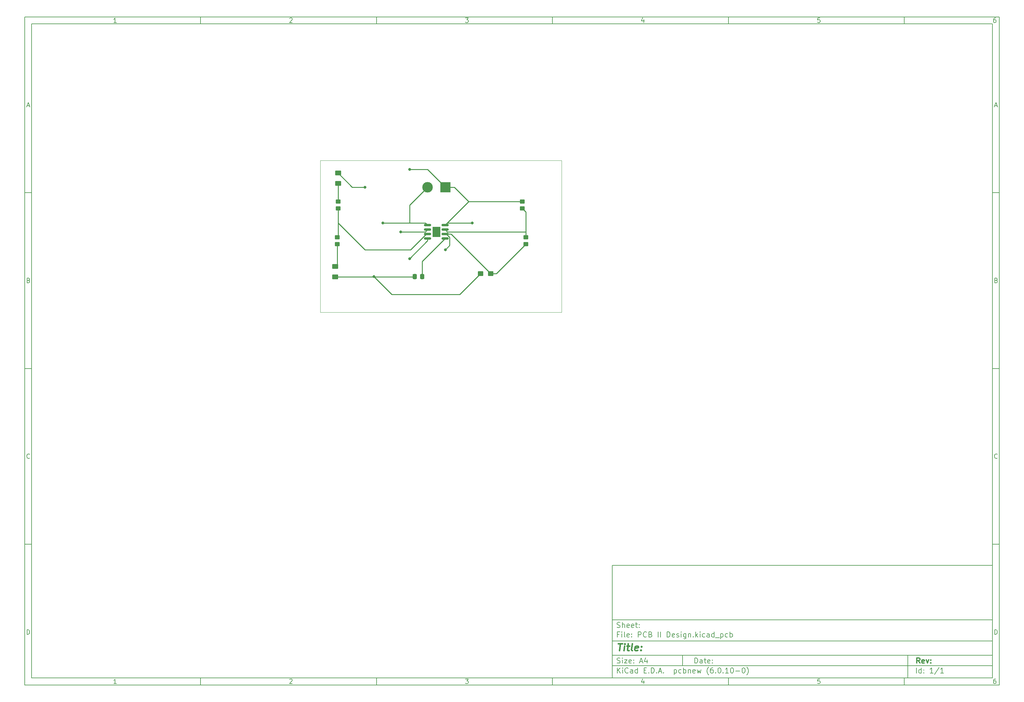
<source format=gbr>
%TF.GenerationSoftware,KiCad,Pcbnew,(6.0.10-0)*%
%TF.CreationDate,2023-02-24T22:40:58-08:00*%
%TF.ProjectId,PCB II Design,50434220-4949-4204-9465-7369676e2e6b,rev?*%
%TF.SameCoordinates,Original*%
%TF.FileFunction,Copper,L1,Top*%
%TF.FilePolarity,Positive*%
%FSLAX46Y46*%
G04 Gerber Fmt 4.6, Leading zero omitted, Abs format (unit mm)*
G04 Created by KiCad (PCBNEW (6.0.10-0)) date 2023-02-24 22:40:58*
%MOMM*%
%LPD*%
G01*
G04 APERTURE LIST*
G04 Aperture macros list*
%AMRoundRect*
0 Rectangle with rounded corners*
0 $1 Rounding radius*
0 $2 $3 $4 $5 $6 $7 $8 $9 X,Y pos of 4 corners*
0 Add a 4 corners polygon primitive as box body*
4,1,4,$2,$3,$4,$5,$6,$7,$8,$9,$2,$3,0*
0 Add four circle primitives for the rounded corners*
1,1,$1+$1,$2,$3*
1,1,$1+$1,$4,$5*
1,1,$1+$1,$6,$7*
1,1,$1+$1,$8,$9*
0 Add four rect primitives between the rounded corners*
20,1,$1+$1,$2,$3,$4,$5,0*
20,1,$1+$1,$4,$5,$6,$7,0*
20,1,$1+$1,$6,$7,$8,$9,0*
20,1,$1+$1,$8,$9,$2,$3,0*%
G04 Aperture macros list end*
%ADD10C,0.100000*%
%ADD11C,0.150000*%
%ADD12C,0.300000*%
%ADD13C,0.400000*%
%TA.AperFunction,Profile*%
%ADD14C,0.100000*%
%TD*%
%TA.AperFunction,SMDPad,CuDef*%
%ADD15RoundRect,0.250000X-0.450000X0.350000X-0.450000X-0.350000X0.450000X-0.350000X0.450000X0.350000X0*%
%TD*%
%TA.AperFunction,SMDPad,CuDef*%
%ADD16RoundRect,0.250000X0.337500X0.475000X-0.337500X0.475000X-0.337500X-0.475000X0.337500X-0.475000X0*%
%TD*%
%TA.AperFunction,SMDPad,CuDef*%
%ADD17RoundRect,0.250001X0.624999X-0.462499X0.624999X0.462499X-0.624999X0.462499X-0.624999X-0.462499X0*%
%TD*%
%TA.AperFunction,SMDPad,CuDef*%
%ADD18RoundRect,0.150000X-0.825000X-0.150000X0.825000X-0.150000X0.825000X0.150000X-0.825000X0.150000X0*%
%TD*%
%TA.AperFunction,SMDPad,CuDef*%
%ADD19R,2.290000X3.000000*%
%TD*%
%TA.AperFunction,SMDPad,CuDef*%
%ADD20RoundRect,0.250000X0.537500X0.425000X-0.537500X0.425000X-0.537500X-0.425000X0.537500X-0.425000X0*%
%TD*%
%TA.AperFunction,ComponentPad*%
%ADD21R,3.000000X3.000000*%
%TD*%
%TA.AperFunction,ComponentPad*%
%ADD22C,3.000000*%
%TD*%
%TA.AperFunction,ViaPad*%
%ADD23C,0.800000*%
%TD*%
%TA.AperFunction,Conductor*%
%ADD24C,0.250000*%
%TD*%
G04 APERTURE END LIST*
D10*
D11*
X177002200Y-166007200D02*
X177002200Y-198007200D01*
X285002200Y-198007200D01*
X285002200Y-166007200D01*
X177002200Y-166007200D01*
D10*
D11*
X10000000Y-10000000D02*
X10000000Y-200007200D01*
X287002200Y-200007200D01*
X287002200Y-10000000D01*
X10000000Y-10000000D01*
D10*
D11*
X12000000Y-12000000D02*
X12000000Y-198007200D01*
X285002200Y-198007200D01*
X285002200Y-12000000D01*
X12000000Y-12000000D01*
D10*
D11*
X60000000Y-12000000D02*
X60000000Y-10000000D01*
D10*
D11*
X110000000Y-12000000D02*
X110000000Y-10000000D01*
D10*
D11*
X160000000Y-12000000D02*
X160000000Y-10000000D01*
D10*
D11*
X210000000Y-12000000D02*
X210000000Y-10000000D01*
D10*
D11*
X260000000Y-12000000D02*
X260000000Y-10000000D01*
D10*
D11*
X36065476Y-11588095D02*
X35322619Y-11588095D01*
X35694047Y-11588095D02*
X35694047Y-10288095D01*
X35570238Y-10473809D01*
X35446428Y-10597619D01*
X35322619Y-10659523D01*
D10*
D11*
X85322619Y-10411904D02*
X85384523Y-10350000D01*
X85508333Y-10288095D01*
X85817857Y-10288095D01*
X85941666Y-10350000D01*
X86003571Y-10411904D01*
X86065476Y-10535714D01*
X86065476Y-10659523D01*
X86003571Y-10845238D01*
X85260714Y-11588095D01*
X86065476Y-11588095D01*
D10*
D11*
X135260714Y-10288095D02*
X136065476Y-10288095D01*
X135632142Y-10783333D01*
X135817857Y-10783333D01*
X135941666Y-10845238D01*
X136003571Y-10907142D01*
X136065476Y-11030952D01*
X136065476Y-11340476D01*
X136003571Y-11464285D01*
X135941666Y-11526190D01*
X135817857Y-11588095D01*
X135446428Y-11588095D01*
X135322619Y-11526190D01*
X135260714Y-11464285D01*
D10*
D11*
X185941666Y-10721428D02*
X185941666Y-11588095D01*
X185632142Y-10226190D02*
X185322619Y-11154761D01*
X186127380Y-11154761D01*
D10*
D11*
X236003571Y-10288095D02*
X235384523Y-10288095D01*
X235322619Y-10907142D01*
X235384523Y-10845238D01*
X235508333Y-10783333D01*
X235817857Y-10783333D01*
X235941666Y-10845238D01*
X236003571Y-10907142D01*
X236065476Y-11030952D01*
X236065476Y-11340476D01*
X236003571Y-11464285D01*
X235941666Y-11526190D01*
X235817857Y-11588095D01*
X235508333Y-11588095D01*
X235384523Y-11526190D01*
X235322619Y-11464285D01*
D10*
D11*
X285941666Y-10288095D02*
X285694047Y-10288095D01*
X285570238Y-10350000D01*
X285508333Y-10411904D01*
X285384523Y-10597619D01*
X285322619Y-10845238D01*
X285322619Y-11340476D01*
X285384523Y-11464285D01*
X285446428Y-11526190D01*
X285570238Y-11588095D01*
X285817857Y-11588095D01*
X285941666Y-11526190D01*
X286003571Y-11464285D01*
X286065476Y-11340476D01*
X286065476Y-11030952D01*
X286003571Y-10907142D01*
X285941666Y-10845238D01*
X285817857Y-10783333D01*
X285570238Y-10783333D01*
X285446428Y-10845238D01*
X285384523Y-10907142D01*
X285322619Y-11030952D01*
D10*
D11*
X60000000Y-198007200D02*
X60000000Y-200007200D01*
D10*
D11*
X110000000Y-198007200D02*
X110000000Y-200007200D01*
D10*
D11*
X160000000Y-198007200D02*
X160000000Y-200007200D01*
D10*
D11*
X210000000Y-198007200D02*
X210000000Y-200007200D01*
D10*
D11*
X260000000Y-198007200D02*
X260000000Y-200007200D01*
D10*
D11*
X36065476Y-199595295D02*
X35322619Y-199595295D01*
X35694047Y-199595295D02*
X35694047Y-198295295D01*
X35570238Y-198481009D01*
X35446428Y-198604819D01*
X35322619Y-198666723D01*
D10*
D11*
X85322619Y-198419104D02*
X85384523Y-198357200D01*
X85508333Y-198295295D01*
X85817857Y-198295295D01*
X85941666Y-198357200D01*
X86003571Y-198419104D01*
X86065476Y-198542914D01*
X86065476Y-198666723D01*
X86003571Y-198852438D01*
X85260714Y-199595295D01*
X86065476Y-199595295D01*
D10*
D11*
X135260714Y-198295295D02*
X136065476Y-198295295D01*
X135632142Y-198790533D01*
X135817857Y-198790533D01*
X135941666Y-198852438D01*
X136003571Y-198914342D01*
X136065476Y-199038152D01*
X136065476Y-199347676D01*
X136003571Y-199471485D01*
X135941666Y-199533390D01*
X135817857Y-199595295D01*
X135446428Y-199595295D01*
X135322619Y-199533390D01*
X135260714Y-199471485D01*
D10*
D11*
X185941666Y-198728628D02*
X185941666Y-199595295D01*
X185632142Y-198233390D02*
X185322619Y-199161961D01*
X186127380Y-199161961D01*
D10*
D11*
X236003571Y-198295295D02*
X235384523Y-198295295D01*
X235322619Y-198914342D01*
X235384523Y-198852438D01*
X235508333Y-198790533D01*
X235817857Y-198790533D01*
X235941666Y-198852438D01*
X236003571Y-198914342D01*
X236065476Y-199038152D01*
X236065476Y-199347676D01*
X236003571Y-199471485D01*
X235941666Y-199533390D01*
X235817857Y-199595295D01*
X235508333Y-199595295D01*
X235384523Y-199533390D01*
X235322619Y-199471485D01*
D10*
D11*
X285941666Y-198295295D02*
X285694047Y-198295295D01*
X285570238Y-198357200D01*
X285508333Y-198419104D01*
X285384523Y-198604819D01*
X285322619Y-198852438D01*
X285322619Y-199347676D01*
X285384523Y-199471485D01*
X285446428Y-199533390D01*
X285570238Y-199595295D01*
X285817857Y-199595295D01*
X285941666Y-199533390D01*
X286003571Y-199471485D01*
X286065476Y-199347676D01*
X286065476Y-199038152D01*
X286003571Y-198914342D01*
X285941666Y-198852438D01*
X285817857Y-198790533D01*
X285570238Y-198790533D01*
X285446428Y-198852438D01*
X285384523Y-198914342D01*
X285322619Y-199038152D01*
D10*
D11*
X10000000Y-60000000D02*
X12000000Y-60000000D01*
D10*
D11*
X10000000Y-110000000D02*
X12000000Y-110000000D01*
D10*
D11*
X10000000Y-160000000D02*
X12000000Y-160000000D01*
D10*
D11*
X10690476Y-35216666D02*
X11309523Y-35216666D01*
X10566666Y-35588095D02*
X11000000Y-34288095D01*
X11433333Y-35588095D01*
D10*
D11*
X11092857Y-84907142D02*
X11278571Y-84969047D01*
X11340476Y-85030952D01*
X11402380Y-85154761D01*
X11402380Y-85340476D01*
X11340476Y-85464285D01*
X11278571Y-85526190D01*
X11154761Y-85588095D01*
X10659523Y-85588095D01*
X10659523Y-84288095D01*
X11092857Y-84288095D01*
X11216666Y-84350000D01*
X11278571Y-84411904D01*
X11340476Y-84535714D01*
X11340476Y-84659523D01*
X11278571Y-84783333D01*
X11216666Y-84845238D01*
X11092857Y-84907142D01*
X10659523Y-84907142D01*
D10*
D11*
X11402380Y-135464285D02*
X11340476Y-135526190D01*
X11154761Y-135588095D01*
X11030952Y-135588095D01*
X10845238Y-135526190D01*
X10721428Y-135402380D01*
X10659523Y-135278571D01*
X10597619Y-135030952D01*
X10597619Y-134845238D01*
X10659523Y-134597619D01*
X10721428Y-134473809D01*
X10845238Y-134350000D01*
X11030952Y-134288095D01*
X11154761Y-134288095D01*
X11340476Y-134350000D01*
X11402380Y-134411904D01*
D10*
D11*
X10659523Y-185588095D02*
X10659523Y-184288095D01*
X10969047Y-184288095D01*
X11154761Y-184350000D01*
X11278571Y-184473809D01*
X11340476Y-184597619D01*
X11402380Y-184845238D01*
X11402380Y-185030952D01*
X11340476Y-185278571D01*
X11278571Y-185402380D01*
X11154761Y-185526190D01*
X10969047Y-185588095D01*
X10659523Y-185588095D01*
D10*
D11*
X287002200Y-60000000D02*
X285002200Y-60000000D01*
D10*
D11*
X287002200Y-110000000D02*
X285002200Y-110000000D01*
D10*
D11*
X287002200Y-160000000D02*
X285002200Y-160000000D01*
D10*
D11*
X285692676Y-35216666D02*
X286311723Y-35216666D01*
X285568866Y-35588095D02*
X286002200Y-34288095D01*
X286435533Y-35588095D01*
D10*
D11*
X286095057Y-84907142D02*
X286280771Y-84969047D01*
X286342676Y-85030952D01*
X286404580Y-85154761D01*
X286404580Y-85340476D01*
X286342676Y-85464285D01*
X286280771Y-85526190D01*
X286156961Y-85588095D01*
X285661723Y-85588095D01*
X285661723Y-84288095D01*
X286095057Y-84288095D01*
X286218866Y-84350000D01*
X286280771Y-84411904D01*
X286342676Y-84535714D01*
X286342676Y-84659523D01*
X286280771Y-84783333D01*
X286218866Y-84845238D01*
X286095057Y-84907142D01*
X285661723Y-84907142D01*
D10*
D11*
X286404580Y-135464285D02*
X286342676Y-135526190D01*
X286156961Y-135588095D01*
X286033152Y-135588095D01*
X285847438Y-135526190D01*
X285723628Y-135402380D01*
X285661723Y-135278571D01*
X285599819Y-135030952D01*
X285599819Y-134845238D01*
X285661723Y-134597619D01*
X285723628Y-134473809D01*
X285847438Y-134350000D01*
X286033152Y-134288095D01*
X286156961Y-134288095D01*
X286342676Y-134350000D01*
X286404580Y-134411904D01*
D10*
D11*
X285661723Y-185588095D02*
X285661723Y-184288095D01*
X285971247Y-184288095D01*
X286156961Y-184350000D01*
X286280771Y-184473809D01*
X286342676Y-184597619D01*
X286404580Y-184845238D01*
X286404580Y-185030952D01*
X286342676Y-185278571D01*
X286280771Y-185402380D01*
X286156961Y-185526190D01*
X285971247Y-185588095D01*
X285661723Y-185588095D01*
D10*
D11*
X200434342Y-193785771D02*
X200434342Y-192285771D01*
X200791485Y-192285771D01*
X201005771Y-192357200D01*
X201148628Y-192500057D01*
X201220057Y-192642914D01*
X201291485Y-192928628D01*
X201291485Y-193142914D01*
X201220057Y-193428628D01*
X201148628Y-193571485D01*
X201005771Y-193714342D01*
X200791485Y-193785771D01*
X200434342Y-193785771D01*
X202577200Y-193785771D02*
X202577200Y-193000057D01*
X202505771Y-192857200D01*
X202362914Y-192785771D01*
X202077200Y-192785771D01*
X201934342Y-192857200D01*
X202577200Y-193714342D02*
X202434342Y-193785771D01*
X202077200Y-193785771D01*
X201934342Y-193714342D01*
X201862914Y-193571485D01*
X201862914Y-193428628D01*
X201934342Y-193285771D01*
X202077200Y-193214342D01*
X202434342Y-193214342D01*
X202577200Y-193142914D01*
X203077200Y-192785771D02*
X203648628Y-192785771D01*
X203291485Y-192285771D02*
X203291485Y-193571485D01*
X203362914Y-193714342D01*
X203505771Y-193785771D01*
X203648628Y-193785771D01*
X204720057Y-193714342D02*
X204577200Y-193785771D01*
X204291485Y-193785771D01*
X204148628Y-193714342D01*
X204077200Y-193571485D01*
X204077200Y-193000057D01*
X204148628Y-192857200D01*
X204291485Y-192785771D01*
X204577200Y-192785771D01*
X204720057Y-192857200D01*
X204791485Y-193000057D01*
X204791485Y-193142914D01*
X204077200Y-193285771D01*
X205434342Y-193642914D02*
X205505771Y-193714342D01*
X205434342Y-193785771D01*
X205362914Y-193714342D01*
X205434342Y-193642914D01*
X205434342Y-193785771D01*
X205434342Y-192857200D02*
X205505771Y-192928628D01*
X205434342Y-193000057D01*
X205362914Y-192928628D01*
X205434342Y-192857200D01*
X205434342Y-193000057D01*
D10*
D11*
X177002200Y-194507200D02*
X285002200Y-194507200D01*
D10*
D11*
X178434342Y-196585771D02*
X178434342Y-195085771D01*
X179291485Y-196585771D02*
X178648628Y-195728628D01*
X179291485Y-195085771D02*
X178434342Y-195942914D01*
X179934342Y-196585771D02*
X179934342Y-195585771D01*
X179934342Y-195085771D02*
X179862914Y-195157200D01*
X179934342Y-195228628D01*
X180005771Y-195157200D01*
X179934342Y-195085771D01*
X179934342Y-195228628D01*
X181505771Y-196442914D02*
X181434342Y-196514342D01*
X181220057Y-196585771D01*
X181077200Y-196585771D01*
X180862914Y-196514342D01*
X180720057Y-196371485D01*
X180648628Y-196228628D01*
X180577200Y-195942914D01*
X180577200Y-195728628D01*
X180648628Y-195442914D01*
X180720057Y-195300057D01*
X180862914Y-195157200D01*
X181077200Y-195085771D01*
X181220057Y-195085771D01*
X181434342Y-195157200D01*
X181505771Y-195228628D01*
X182791485Y-196585771D02*
X182791485Y-195800057D01*
X182720057Y-195657200D01*
X182577200Y-195585771D01*
X182291485Y-195585771D01*
X182148628Y-195657200D01*
X182791485Y-196514342D02*
X182648628Y-196585771D01*
X182291485Y-196585771D01*
X182148628Y-196514342D01*
X182077200Y-196371485D01*
X182077200Y-196228628D01*
X182148628Y-196085771D01*
X182291485Y-196014342D01*
X182648628Y-196014342D01*
X182791485Y-195942914D01*
X184148628Y-196585771D02*
X184148628Y-195085771D01*
X184148628Y-196514342D02*
X184005771Y-196585771D01*
X183720057Y-196585771D01*
X183577200Y-196514342D01*
X183505771Y-196442914D01*
X183434342Y-196300057D01*
X183434342Y-195871485D01*
X183505771Y-195728628D01*
X183577200Y-195657200D01*
X183720057Y-195585771D01*
X184005771Y-195585771D01*
X184148628Y-195657200D01*
X186005771Y-195800057D02*
X186505771Y-195800057D01*
X186720057Y-196585771D02*
X186005771Y-196585771D01*
X186005771Y-195085771D01*
X186720057Y-195085771D01*
X187362914Y-196442914D02*
X187434342Y-196514342D01*
X187362914Y-196585771D01*
X187291485Y-196514342D01*
X187362914Y-196442914D01*
X187362914Y-196585771D01*
X188077200Y-196585771D02*
X188077200Y-195085771D01*
X188434342Y-195085771D01*
X188648628Y-195157200D01*
X188791485Y-195300057D01*
X188862914Y-195442914D01*
X188934342Y-195728628D01*
X188934342Y-195942914D01*
X188862914Y-196228628D01*
X188791485Y-196371485D01*
X188648628Y-196514342D01*
X188434342Y-196585771D01*
X188077200Y-196585771D01*
X189577200Y-196442914D02*
X189648628Y-196514342D01*
X189577200Y-196585771D01*
X189505771Y-196514342D01*
X189577200Y-196442914D01*
X189577200Y-196585771D01*
X190220057Y-196157200D02*
X190934342Y-196157200D01*
X190077200Y-196585771D02*
X190577200Y-195085771D01*
X191077200Y-196585771D01*
X191577200Y-196442914D02*
X191648628Y-196514342D01*
X191577200Y-196585771D01*
X191505771Y-196514342D01*
X191577200Y-196442914D01*
X191577200Y-196585771D01*
X194577200Y-195585771D02*
X194577200Y-197085771D01*
X194577200Y-195657200D02*
X194720057Y-195585771D01*
X195005771Y-195585771D01*
X195148628Y-195657200D01*
X195220057Y-195728628D01*
X195291485Y-195871485D01*
X195291485Y-196300057D01*
X195220057Y-196442914D01*
X195148628Y-196514342D01*
X195005771Y-196585771D01*
X194720057Y-196585771D01*
X194577200Y-196514342D01*
X196577200Y-196514342D02*
X196434342Y-196585771D01*
X196148628Y-196585771D01*
X196005771Y-196514342D01*
X195934342Y-196442914D01*
X195862914Y-196300057D01*
X195862914Y-195871485D01*
X195934342Y-195728628D01*
X196005771Y-195657200D01*
X196148628Y-195585771D01*
X196434342Y-195585771D01*
X196577200Y-195657200D01*
X197220057Y-196585771D02*
X197220057Y-195085771D01*
X197220057Y-195657200D02*
X197362914Y-195585771D01*
X197648628Y-195585771D01*
X197791485Y-195657200D01*
X197862914Y-195728628D01*
X197934342Y-195871485D01*
X197934342Y-196300057D01*
X197862914Y-196442914D01*
X197791485Y-196514342D01*
X197648628Y-196585771D01*
X197362914Y-196585771D01*
X197220057Y-196514342D01*
X198577200Y-195585771D02*
X198577200Y-196585771D01*
X198577200Y-195728628D02*
X198648628Y-195657200D01*
X198791485Y-195585771D01*
X199005771Y-195585771D01*
X199148628Y-195657200D01*
X199220057Y-195800057D01*
X199220057Y-196585771D01*
X200505771Y-196514342D02*
X200362914Y-196585771D01*
X200077200Y-196585771D01*
X199934342Y-196514342D01*
X199862914Y-196371485D01*
X199862914Y-195800057D01*
X199934342Y-195657200D01*
X200077200Y-195585771D01*
X200362914Y-195585771D01*
X200505771Y-195657200D01*
X200577200Y-195800057D01*
X200577200Y-195942914D01*
X199862914Y-196085771D01*
X201077200Y-195585771D02*
X201362914Y-196585771D01*
X201648628Y-195871485D01*
X201934342Y-196585771D01*
X202220057Y-195585771D01*
X204362914Y-197157200D02*
X204291485Y-197085771D01*
X204148628Y-196871485D01*
X204077200Y-196728628D01*
X204005771Y-196514342D01*
X203934342Y-196157200D01*
X203934342Y-195871485D01*
X204005771Y-195514342D01*
X204077200Y-195300057D01*
X204148628Y-195157200D01*
X204291485Y-194942914D01*
X204362914Y-194871485D01*
X205577200Y-195085771D02*
X205291485Y-195085771D01*
X205148628Y-195157200D01*
X205077200Y-195228628D01*
X204934342Y-195442914D01*
X204862914Y-195728628D01*
X204862914Y-196300057D01*
X204934342Y-196442914D01*
X205005771Y-196514342D01*
X205148628Y-196585771D01*
X205434342Y-196585771D01*
X205577200Y-196514342D01*
X205648628Y-196442914D01*
X205720057Y-196300057D01*
X205720057Y-195942914D01*
X205648628Y-195800057D01*
X205577200Y-195728628D01*
X205434342Y-195657200D01*
X205148628Y-195657200D01*
X205005771Y-195728628D01*
X204934342Y-195800057D01*
X204862914Y-195942914D01*
X206362914Y-196442914D02*
X206434342Y-196514342D01*
X206362914Y-196585771D01*
X206291485Y-196514342D01*
X206362914Y-196442914D01*
X206362914Y-196585771D01*
X207362914Y-195085771D02*
X207505771Y-195085771D01*
X207648628Y-195157200D01*
X207720057Y-195228628D01*
X207791485Y-195371485D01*
X207862914Y-195657200D01*
X207862914Y-196014342D01*
X207791485Y-196300057D01*
X207720057Y-196442914D01*
X207648628Y-196514342D01*
X207505771Y-196585771D01*
X207362914Y-196585771D01*
X207220057Y-196514342D01*
X207148628Y-196442914D01*
X207077200Y-196300057D01*
X207005771Y-196014342D01*
X207005771Y-195657200D01*
X207077200Y-195371485D01*
X207148628Y-195228628D01*
X207220057Y-195157200D01*
X207362914Y-195085771D01*
X208505771Y-196442914D02*
X208577200Y-196514342D01*
X208505771Y-196585771D01*
X208434342Y-196514342D01*
X208505771Y-196442914D01*
X208505771Y-196585771D01*
X210005771Y-196585771D02*
X209148628Y-196585771D01*
X209577200Y-196585771D02*
X209577200Y-195085771D01*
X209434342Y-195300057D01*
X209291485Y-195442914D01*
X209148628Y-195514342D01*
X210934342Y-195085771D02*
X211077200Y-195085771D01*
X211220057Y-195157200D01*
X211291485Y-195228628D01*
X211362914Y-195371485D01*
X211434342Y-195657200D01*
X211434342Y-196014342D01*
X211362914Y-196300057D01*
X211291485Y-196442914D01*
X211220057Y-196514342D01*
X211077200Y-196585771D01*
X210934342Y-196585771D01*
X210791485Y-196514342D01*
X210720057Y-196442914D01*
X210648628Y-196300057D01*
X210577200Y-196014342D01*
X210577200Y-195657200D01*
X210648628Y-195371485D01*
X210720057Y-195228628D01*
X210791485Y-195157200D01*
X210934342Y-195085771D01*
X212077200Y-196014342D02*
X213220057Y-196014342D01*
X214220057Y-195085771D02*
X214362914Y-195085771D01*
X214505771Y-195157200D01*
X214577200Y-195228628D01*
X214648628Y-195371485D01*
X214720057Y-195657200D01*
X214720057Y-196014342D01*
X214648628Y-196300057D01*
X214577200Y-196442914D01*
X214505771Y-196514342D01*
X214362914Y-196585771D01*
X214220057Y-196585771D01*
X214077200Y-196514342D01*
X214005771Y-196442914D01*
X213934342Y-196300057D01*
X213862914Y-196014342D01*
X213862914Y-195657200D01*
X213934342Y-195371485D01*
X214005771Y-195228628D01*
X214077200Y-195157200D01*
X214220057Y-195085771D01*
X215220057Y-197157200D02*
X215291485Y-197085771D01*
X215434342Y-196871485D01*
X215505771Y-196728628D01*
X215577200Y-196514342D01*
X215648628Y-196157200D01*
X215648628Y-195871485D01*
X215577200Y-195514342D01*
X215505771Y-195300057D01*
X215434342Y-195157200D01*
X215291485Y-194942914D01*
X215220057Y-194871485D01*
D10*
D11*
X177002200Y-191507200D02*
X285002200Y-191507200D01*
D10*
D12*
X264411485Y-193785771D02*
X263911485Y-193071485D01*
X263554342Y-193785771D02*
X263554342Y-192285771D01*
X264125771Y-192285771D01*
X264268628Y-192357200D01*
X264340057Y-192428628D01*
X264411485Y-192571485D01*
X264411485Y-192785771D01*
X264340057Y-192928628D01*
X264268628Y-193000057D01*
X264125771Y-193071485D01*
X263554342Y-193071485D01*
X265625771Y-193714342D02*
X265482914Y-193785771D01*
X265197200Y-193785771D01*
X265054342Y-193714342D01*
X264982914Y-193571485D01*
X264982914Y-193000057D01*
X265054342Y-192857200D01*
X265197200Y-192785771D01*
X265482914Y-192785771D01*
X265625771Y-192857200D01*
X265697200Y-193000057D01*
X265697200Y-193142914D01*
X264982914Y-193285771D01*
X266197200Y-192785771D02*
X266554342Y-193785771D01*
X266911485Y-192785771D01*
X267482914Y-193642914D02*
X267554342Y-193714342D01*
X267482914Y-193785771D01*
X267411485Y-193714342D01*
X267482914Y-193642914D01*
X267482914Y-193785771D01*
X267482914Y-192857200D02*
X267554342Y-192928628D01*
X267482914Y-193000057D01*
X267411485Y-192928628D01*
X267482914Y-192857200D01*
X267482914Y-193000057D01*
D10*
D11*
X178362914Y-193714342D02*
X178577200Y-193785771D01*
X178934342Y-193785771D01*
X179077200Y-193714342D01*
X179148628Y-193642914D01*
X179220057Y-193500057D01*
X179220057Y-193357200D01*
X179148628Y-193214342D01*
X179077200Y-193142914D01*
X178934342Y-193071485D01*
X178648628Y-193000057D01*
X178505771Y-192928628D01*
X178434342Y-192857200D01*
X178362914Y-192714342D01*
X178362914Y-192571485D01*
X178434342Y-192428628D01*
X178505771Y-192357200D01*
X178648628Y-192285771D01*
X179005771Y-192285771D01*
X179220057Y-192357200D01*
X179862914Y-193785771D02*
X179862914Y-192785771D01*
X179862914Y-192285771D02*
X179791485Y-192357200D01*
X179862914Y-192428628D01*
X179934342Y-192357200D01*
X179862914Y-192285771D01*
X179862914Y-192428628D01*
X180434342Y-192785771D02*
X181220057Y-192785771D01*
X180434342Y-193785771D01*
X181220057Y-193785771D01*
X182362914Y-193714342D02*
X182220057Y-193785771D01*
X181934342Y-193785771D01*
X181791485Y-193714342D01*
X181720057Y-193571485D01*
X181720057Y-193000057D01*
X181791485Y-192857200D01*
X181934342Y-192785771D01*
X182220057Y-192785771D01*
X182362914Y-192857200D01*
X182434342Y-193000057D01*
X182434342Y-193142914D01*
X181720057Y-193285771D01*
X183077200Y-193642914D02*
X183148628Y-193714342D01*
X183077200Y-193785771D01*
X183005771Y-193714342D01*
X183077200Y-193642914D01*
X183077200Y-193785771D01*
X183077200Y-192857200D02*
X183148628Y-192928628D01*
X183077200Y-193000057D01*
X183005771Y-192928628D01*
X183077200Y-192857200D01*
X183077200Y-193000057D01*
X184862914Y-193357200D02*
X185577200Y-193357200D01*
X184720057Y-193785771D02*
X185220057Y-192285771D01*
X185720057Y-193785771D01*
X186862914Y-192785771D02*
X186862914Y-193785771D01*
X186505771Y-192214342D02*
X186148628Y-193285771D01*
X187077200Y-193285771D01*
D10*
D11*
X263434342Y-196585771D02*
X263434342Y-195085771D01*
X264791485Y-196585771D02*
X264791485Y-195085771D01*
X264791485Y-196514342D02*
X264648628Y-196585771D01*
X264362914Y-196585771D01*
X264220057Y-196514342D01*
X264148628Y-196442914D01*
X264077200Y-196300057D01*
X264077200Y-195871485D01*
X264148628Y-195728628D01*
X264220057Y-195657200D01*
X264362914Y-195585771D01*
X264648628Y-195585771D01*
X264791485Y-195657200D01*
X265505771Y-196442914D02*
X265577200Y-196514342D01*
X265505771Y-196585771D01*
X265434342Y-196514342D01*
X265505771Y-196442914D01*
X265505771Y-196585771D01*
X265505771Y-195657200D02*
X265577200Y-195728628D01*
X265505771Y-195800057D01*
X265434342Y-195728628D01*
X265505771Y-195657200D01*
X265505771Y-195800057D01*
X268148628Y-196585771D02*
X267291485Y-196585771D01*
X267720057Y-196585771D02*
X267720057Y-195085771D01*
X267577200Y-195300057D01*
X267434342Y-195442914D01*
X267291485Y-195514342D01*
X269862914Y-195014342D02*
X268577200Y-196942914D01*
X271148628Y-196585771D02*
X270291485Y-196585771D01*
X270720057Y-196585771D02*
X270720057Y-195085771D01*
X270577200Y-195300057D01*
X270434342Y-195442914D01*
X270291485Y-195514342D01*
D10*
D11*
X177002200Y-187507200D02*
X285002200Y-187507200D01*
D10*
D13*
X178714580Y-188211961D02*
X179857438Y-188211961D01*
X179036009Y-190211961D02*
X179286009Y-188211961D01*
X180274104Y-190211961D02*
X180440771Y-188878628D01*
X180524104Y-188211961D02*
X180416961Y-188307200D01*
X180500295Y-188402438D01*
X180607438Y-188307200D01*
X180524104Y-188211961D01*
X180500295Y-188402438D01*
X181107438Y-188878628D02*
X181869342Y-188878628D01*
X181476485Y-188211961D02*
X181262200Y-189926247D01*
X181333628Y-190116723D01*
X181512200Y-190211961D01*
X181702676Y-190211961D01*
X182655057Y-190211961D02*
X182476485Y-190116723D01*
X182405057Y-189926247D01*
X182619342Y-188211961D01*
X184190771Y-190116723D02*
X183988390Y-190211961D01*
X183607438Y-190211961D01*
X183428866Y-190116723D01*
X183357438Y-189926247D01*
X183452676Y-189164342D01*
X183571723Y-188973866D01*
X183774104Y-188878628D01*
X184155057Y-188878628D01*
X184333628Y-188973866D01*
X184405057Y-189164342D01*
X184381247Y-189354819D01*
X183405057Y-189545295D01*
X185155057Y-190021485D02*
X185238390Y-190116723D01*
X185131247Y-190211961D01*
X185047914Y-190116723D01*
X185155057Y-190021485D01*
X185131247Y-190211961D01*
X185286009Y-188973866D02*
X185369342Y-189069104D01*
X185262200Y-189164342D01*
X185178866Y-189069104D01*
X185286009Y-188973866D01*
X185262200Y-189164342D01*
D10*
D11*
X178934342Y-185600057D02*
X178434342Y-185600057D01*
X178434342Y-186385771D02*
X178434342Y-184885771D01*
X179148628Y-184885771D01*
X179720057Y-186385771D02*
X179720057Y-185385771D01*
X179720057Y-184885771D02*
X179648628Y-184957200D01*
X179720057Y-185028628D01*
X179791485Y-184957200D01*
X179720057Y-184885771D01*
X179720057Y-185028628D01*
X180648628Y-186385771D02*
X180505771Y-186314342D01*
X180434342Y-186171485D01*
X180434342Y-184885771D01*
X181791485Y-186314342D02*
X181648628Y-186385771D01*
X181362914Y-186385771D01*
X181220057Y-186314342D01*
X181148628Y-186171485D01*
X181148628Y-185600057D01*
X181220057Y-185457200D01*
X181362914Y-185385771D01*
X181648628Y-185385771D01*
X181791485Y-185457200D01*
X181862914Y-185600057D01*
X181862914Y-185742914D01*
X181148628Y-185885771D01*
X182505771Y-186242914D02*
X182577200Y-186314342D01*
X182505771Y-186385771D01*
X182434342Y-186314342D01*
X182505771Y-186242914D01*
X182505771Y-186385771D01*
X182505771Y-185457200D02*
X182577200Y-185528628D01*
X182505771Y-185600057D01*
X182434342Y-185528628D01*
X182505771Y-185457200D01*
X182505771Y-185600057D01*
X184362914Y-186385771D02*
X184362914Y-184885771D01*
X184934342Y-184885771D01*
X185077200Y-184957200D01*
X185148628Y-185028628D01*
X185220057Y-185171485D01*
X185220057Y-185385771D01*
X185148628Y-185528628D01*
X185077200Y-185600057D01*
X184934342Y-185671485D01*
X184362914Y-185671485D01*
X186720057Y-186242914D02*
X186648628Y-186314342D01*
X186434342Y-186385771D01*
X186291485Y-186385771D01*
X186077200Y-186314342D01*
X185934342Y-186171485D01*
X185862914Y-186028628D01*
X185791485Y-185742914D01*
X185791485Y-185528628D01*
X185862914Y-185242914D01*
X185934342Y-185100057D01*
X186077200Y-184957200D01*
X186291485Y-184885771D01*
X186434342Y-184885771D01*
X186648628Y-184957200D01*
X186720057Y-185028628D01*
X187862914Y-185600057D02*
X188077200Y-185671485D01*
X188148628Y-185742914D01*
X188220057Y-185885771D01*
X188220057Y-186100057D01*
X188148628Y-186242914D01*
X188077200Y-186314342D01*
X187934342Y-186385771D01*
X187362914Y-186385771D01*
X187362914Y-184885771D01*
X187862914Y-184885771D01*
X188005771Y-184957200D01*
X188077200Y-185028628D01*
X188148628Y-185171485D01*
X188148628Y-185314342D01*
X188077200Y-185457200D01*
X188005771Y-185528628D01*
X187862914Y-185600057D01*
X187362914Y-185600057D01*
X190005771Y-186385771D02*
X190005771Y-184885771D01*
X190720057Y-186385771D02*
X190720057Y-184885771D01*
X192577200Y-186385771D02*
X192577200Y-184885771D01*
X192934342Y-184885771D01*
X193148628Y-184957200D01*
X193291485Y-185100057D01*
X193362914Y-185242914D01*
X193434342Y-185528628D01*
X193434342Y-185742914D01*
X193362914Y-186028628D01*
X193291485Y-186171485D01*
X193148628Y-186314342D01*
X192934342Y-186385771D01*
X192577200Y-186385771D01*
X194648628Y-186314342D02*
X194505771Y-186385771D01*
X194220057Y-186385771D01*
X194077200Y-186314342D01*
X194005771Y-186171485D01*
X194005771Y-185600057D01*
X194077200Y-185457200D01*
X194220057Y-185385771D01*
X194505771Y-185385771D01*
X194648628Y-185457200D01*
X194720057Y-185600057D01*
X194720057Y-185742914D01*
X194005771Y-185885771D01*
X195291485Y-186314342D02*
X195434342Y-186385771D01*
X195720057Y-186385771D01*
X195862914Y-186314342D01*
X195934342Y-186171485D01*
X195934342Y-186100057D01*
X195862914Y-185957200D01*
X195720057Y-185885771D01*
X195505771Y-185885771D01*
X195362914Y-185814342D01*
X195291485Y-185671485D01*
X195291485Y-185600057D01*
X195362914Y-185457200D01*
X195505771Y-185385771D01*
X195720057Y-185385771D01*
X195862914Y-185457200D01*
X196577200Y-186385771D02*
X196577200Y-185385771D01*
X196577200Y-184885771D02*
X196505771Y-184957200D01*
X196577200Y-185028628D01*
X196648628Y-184957200D01*
X196577200Y-184885771D01*
X196577200Y-185028628D01*
X197934342Y-185385771D02*
X197934342Y-186600057D01*
X197862914Y-186742914D01*
X197791485Y-186814342D01*
X197648628Y-186885771D01*
X197434342Y-186885771D01*
X197291485Y-186814342D01*
X197934342Y-186314342D02*
X197791485Y-186385771D01*
X197505771Y-186385771D01*
X197362914Y-186314342D01*
X197291485Y-186242914D01*
X197220057Y-186100057D01*
X197220057Y-185671485D01*
X197291485Y-185528628D01*
X197362914Y-185457200D01*
X197505771Y-185385771D01*
X197791485Y-185385771D01*
X197934342Y-185457200D01*
X198648628Y-185385771D02*
X198648628Y-186385771D01*
X198648628Y-185528628D02*
X198720057Y-185457200D01*
X198862914Y-185385771D01*
X199077200Y-185385771D01*
X199220057Y-185457200D01*
X199291485Y-185600057D01*
X199291485Y-186385771D01*
X200005771Y-186242914D02*
X200077200Y-186314342D01*
X200005771Y-186385771D01*
X199934342Y-186314342D01*
X200005771Y-186242914D01*
X200005771Y-186385771D01*
X200720057Y-186385771D02*
X200720057Y-184885771D01*
X200862914Y-185814342D02*
X201291485Y-186385771D01*
X201291485Y-185385771D02*
X200720057Y-185957200D01*
X201934342Y-186385771D02*
X201934342Y-185385771D01*
X201934342Y-184885771D02*
X201862914Y-184957200D01*
X201934342Y-185028628D01*
X202005771Y-184957200D01*
X201934342Y-184885771D01*
X201934342Y-185028628D01*
X203291485Y-186314342D02*
X203148628Y-186385771D01*
X202862914Y-186385771D01*
X202720057Y-186314342D01*
X202648628Y-186242914D01*
X202577200Y-186100057D01*
X202577200Y-185671485D01*
X202648628Y-185528628D01*
X202720057Y-185457200D01*
X202862914Y-185385771D01*
X203148628Y-185385771D01*
X203291485Y-185457200D01*
X204577200Y-186385771D02*
X204577200Y-185600057D01*
X204505771Y-185457200D01*
X204362914Y-185385771D01*
X204077200Y-185385771D01*
X203934342Y-185457200D01*
X204577200Y-186314342D02*
X204434342Y-186385771D01*
X204077200Y-186385771D01*
X203934342Y-186314342D01*
X203862914Y-186171485D01*
X203862914Y-186028628D01*
X203934342Y-185885771D01*
X204077200Y-185814342D01*
X204434342Y-185814342D01*
X204577200Y-185742914D01*
X205934342Y-186385771D02*
X205934342Y-184885771D01*
X205934342Y-186314342D02*
X205791485Y-186385771D01*
X205505771Y-186385771D01*
X205362914Y-186314342D01*
X205291485Y-186242914D01*
X205220057Y-186100057D01*
X205220057Y-185671485D01*
X205291485Y-185528628D01*
X205362914Y-185457200D01*
X205505771Y-185385771D01*
X205791485Y-185385771D01*
X205934342Y-185457200D01*
X206291485Y-186528628D02*
X207434342Y-186528628D01*
X207791485Y-185385771D02*
X207791485Y-186885771D01*
X207791485Y-185457200D02*
X207934342Y-185385771D01*
X208220057Y-185385771D01*
X208362914Y-185457200D01*
X208434342Y-185528628D01*
X208505771Y-185671485D01*
X208505771Y-186100057D01*
X208434342Y-186242914D01*
X208362914Y-186314342D01*
X208220057Y-186385771D01*
X207934342Y-186385771D01*
X207791485Y-186314342D01*
X209791485Y-186314342D02*
X209648628Y-186385771D01*
X209362914Y-186385771D01*
X209220057Y-186314342D01*
X209148628Y-186242914D01*
X209077200Y-186100057D01*
X209077200Y-185671485D01*
X209148628Y-185528628D01*
X209220057Y-185457200D01*
X209362914Y-185385771D01*
X209648628Y-185385771D01*
X209791485Y-185457200D01*
X210434342Y-186385771D02*
X210434342Y-184885771D01*
X210434342Y-185457200D02*
X210577200Y-185385771D01*
X210862914Y-185385771D01*
X211005771Y-185457200D01*
X211077200Y-185528628D01*
X211148628Y-185671485D01*
X211148628Y-186100057D01*
X211077200Y-186242914D01*
X211005771Y-186314342D01*
X210862914Y-186385771D01*
X210577200Y-186385771D01*
X210434342Y-186314342D01*
D10*
D11*
X177002200Y-181507200D02*
X285002200Y-181507200D01*
D10*
D11*
X178362914Y-183614342D02*
X178577200Y-183685771D01*
X178934342Y-183685771D01*
X179077200Y-183614342D01*
X179148628Y-183542914D01*
X179220057Y-183400057D01*
X179220057Y-183257200D01*
X179148628Y-183114342D01*
X179077200Y-183042914D01*
X178934342Y-182971485D01*
X178648628Y-182900057D01*
X178505771Y-182828628D01*
X178434342Y-182757200D01*
X178362914Y-182614342D01*
X178362914Y-182471485D01*
X178434342Y-182328628D01*
X178505771Y-182257200D01*
X178648628Y-182185771D01*
X179005771Y-182185771D01*
X179220057Y-182257200D01*
X179862914Y-183685771D02*
X179862914Y-182185771D01*
X180505771Y-183685771D02*
X180505771Y-182900057D01*
X180434342Y-182757200D01*
X180291485Y-182685771D01*
X180077200Y-182685771D01*
X179934342Y-182757200D01*
X179862914Y-182828628D01*
X181791485Y-183614342D02*
X181648628Y-183685771D01*
X181362914Y-183685771D01*
X181220057Y-183614342D01*
X181148628Y-183471485D01*
X181148628Y-182900057D01*
X181220057Y-182757200D01*
X181362914Y-182685771D01*
X181648628Y-182685771D01*
X181791485Y-182757200D01*
X181862914Y-182900057D01*
X181862914Y-183042914D01*
X181148628Y-183185771D01*
X183077200Y-183614342D02*
X182934342Y-183685771D01*
X182648628Y-183685771D01*
X182505771Y-183614342D01*
X182434342Y-183471485D01*
X182434342Y-182900057D01*
X182505771Y-182757200D01*
X182648628Y-182685771D01*
X182934342Y-182685771D01*
X183077200Y-182757200D01*
X183148628Y-182900057D01*
X183148628Y-183042914D01*
X182434342Y-183185771D01*
X183577200Y-182685771D02*
X184148628Y-182685771D01*
X183791485Y-182185771D02*
X183791485Y-183471485D01*
X183862914Y-183614342D01*
X184005771Y-183685771D01*
X184148628Y-183685771D01*
X184648628Y-183542914D02*
X184720057Y-183614342D01*
X184648628Y-183685771D01*
X184577200Y-183614342D01*
X184648628Y-183542914D01*
X184648628Y-183685771D01*
X184648628Y-182757200D02*
X184720057Y-182828628D01*
X184648628Y-182900057D01*
X184577200Y-182828628D01*
X184648628Y-182757200D01*
X184648628Y-182900057D01*
D10*
D12*
D10*
D11*
D10*
D11*
D10*
D11*
D10*
D11*
D10*
D11*
X197002200Y-191507200D02*
X197002200Y-194507200D01*
D10*
D11*
X261002200Y-191507200D02*
X261002200Y-198007200D01*
D14*
X93980000Y-50800000D02*
X162560000Y-50800000D01*
X162560000Y-50800000D02*
X162560000Y-93980000D01*
X162560000Y-93980000D02*
X93980000Y-93980000D01*
X93980000Y-93980000D02*
X93980000Y-50800000D01*
D15*
%TO.P,R3,1*%
%TO.N,+9V*%
X151400000Y-62500000D03*
%TO.P,R3,2*%
%TO.N,Net-(R3-Pad2)*%
X151400000Y-64500000D03*
%TD*%
%TO.P,R1,1*%
%TO.N,Net-(D1-Pad1)*%
X99060000Y-62500000D03*
%TO.P,R1,2*%
%TO.N,/pin_3*%
X99060000Y-64500000D03*
%TD*%
D16*
%TO.P,C1,1*%
%TO.N,Net-(C1-Pad1)*%
X122957500Y-83820000D03*
%TO.P,C1,2*%
%TO.N,GND*%
X120882500Y-83820000D03*
%TD*%
D17*
%TO.P,D2,1,K*%
%TO.N,GND*%
X98260000Y-83967500D03*
%TO.P,D2,2,A*%
%TO.N,Net-(D2-Pad2)*%
X98260000Y-80992500D03*
%TD*%
%TO.P,D1,1,K*%
%TO.N,Net-(D1-Pad1)*%
X99060000Y-57367500D03*
%TO.P,D1,2,A*%
%TO.N,+9V*%
X99060000Y-54392500D03*
%TD*%
D18*
%TO.P,U1,1,GND*%
%TO.N,GND*%
X124525000Y-69215000D03*
%TO.P,U1,2,TR*%
%TO.N,/pin_2*%
X124525000Y-70485000D03*
%TO.P,U1,3,Q*%
%TO.N,/pin_3*%
X124525000Y-71755000D03*
%TO.P,U1,4,R*%
%TO.N,+9V*%
X124525000Y-73025000D03*
%TO.P,U1,5,CV*%
%TO.N,Net-(C1-Pad1)*%
X129475000Y-73025000D03*
%TO.P,U1,6,THR*%
%TO.N,/pin_2*%
X129475000Y-71755000D03*
%TO.P,U1,7,DIS*%
%TO.N,Net-(R3-Pad2)*%
X129475000Y-70485000D03*
%TO.P,U1,8,VCC*%
%TO.N,+9V*%
X129475000Y-69215000D03*
D19*
%TO.P,U1,9*%
%TO.N,N/C*%
X127000000Y-71120000D03*
%TD*%
D15*
%TO.P,R2,1*%
%TO.N,/pin_3*%
X98810000Y-72660000D03*
%TO.P,R2,2*%
%TO.N,Net-(D2-Pad2)*%
X98810000Y-74660000D03*
%TD*%
D20*
%TO.P,C2,1*%
%TO.N,/pin_2*%
X142412500Y-83020000D03*
%TO.P,C2,2*%
%TO.N,GND*%
X139537500Y-83020000D03*
%TD*%
D15*
%TO.P,R4,1*%
%TO.N,Net-(R3-Pad2)*%
X152400000Y-72660000D03*
%TO.P,R4,2*%
%TO.N,/pin_2*%
X152400000Y-74660000D03*
%TD*%
D21*
%TO.P,J1,1,Pin_1*%
%TO.N,+9V*%
X129540000Y-58420000D03*
D22*
%TO.P,J1,2,Pin_2*%
%TO.N,GND*%
X124460000Y-58420000D03*
%TD*%
D23*
%TO.N,GND*%
X111760000Y-68580000D03*
X109220000Y-83820000D03*
%TO.N,/pin_2*%
X116840000Y-71120000D03*
X129540000Y-76200000D03*
%TO.N,+9V*%
X137160000Y-68580000D03*
X119380000Y-53340000D03*
X119380000Y-78740000D03*
X106680000Y-58420000D03*
%TD*%
D24*
%TO.N,Net-(C1-Pad1)*%
X122957500Y-79542500D02*
X129475000Y-73025000D01*
X122957500Y-83820000D02*
X122957500Y-79542500D01*
%TO.N,GND*%
X119380000Y-63500000D02*
X119380000Y-68580000D01*
X124525000Y-69215000D02*
X123890000Y-68580000D01*
X139537500Y-83020000D02*
X133657500Y-88900000D01*
X123890000Y-68580000D02*
X119380000Y-68580000D01*
X124460000Y-58420000D02*
X119380000Y-63500000D01*
X133657500Y-88900000D02*
X114300000Y-88900000D01*
X114300000Y-88900000D02*
X109220000Y-83820000D01*
X120735000Y-83967500D02*
X120882500Y-83820000D01*
X98260000Y-83967500D02*
X111612500Y-83967500D01*
X111612500Y-83967500D02*
X120735000Y-83967500D01*
X119380000Y-68580000D02*
X111760000Y-68580000D01*
%TO.N,/pin_2*%
X142412500Y-83020000D02*
X131147500Y-71755000D01*
X131147500Y-71755000D02*
X129475000Y-71755000D01*
X130775000Y-72678249D02*
X130775000Y-74965000D01*
X129475000Y-71755000D02*
X129851751Y-71755000D01*
X130775000Y-74965000D02*
X129540000Y-76200000D01*
X144040000Y-83020000D02*
X152400000Y-74660000D01*
X124525000Y-70485000D02*
X123890000Y-71120000D01*
X123890000Y-71120000D02*
X116840000Y-71120000D01*
X142412500Y-83020000D02*
X144040000Y-83020000D01*
X129851751Y-71755000D02*
X130775000Y-72678249D01*
%TO.N,Net-(D1-Pad1)*%
X99060000Y-57367500D02*
X99060000Y-62500000D01*
%TO.N,+9V*%
X124525000Y-73595000D02*
X119380000Y-78740000D01*
X129475000Y-69215000D02*
X130110000Y-68580000D01*
X99060000Y-54392500D02*
X103087500Y-58420000D01*
X124460000Y-53340000D02*
X119380000Y-53340000D01*
X129475000Y-69215000D02*
X136190000Y-62500000D01*
X132110000Y-58420000D02*
X136190000Y-62500000D01*
X130110000Y-68580000D02*
X137160000Y-68580000D01*
X136190000Y-62500000D02*
X151400000Y-62500000D01*
X129540000Y-58420000D02*
X124460000Y-53340000D01*
X129540000Y-58420000D02*
X132110000Y-58420000D01*
X124525000Y-73025000D02*
X124525000Y-73595000D01*
X103087500Y-58420000D02*
X106680000Y-58420000D01*
%TO.N,Net-(D2-Pad2)*%
X98810000Y-74660000D02*
X98810000Y-80442500D01*
X98810000Y-80442500D02*
X98260000Y-80992500D01*
%TO.N,/pin_3*%
X124525000Y-71755000D02*
X124148249Y-71755000D01*
X99060000Y-64500000D02*
X99060000Y-68580000D01*
X106680000Y-76200000D02*
X119380000Y-76200000D01*
X99060000Y-72410000D02*
X98810000Y-72660000D01*
X119703249Y-76200000D02*
X119380000Y-76200000D01*
X99060000Y-68580000D02*
X99060000Y-72410000D01*
X99060000Y-68580000D02*
X106680000Y-76200000D01*
X124148249Y-71755000D02*
X119703249Y-76200000D01*
%TO.N,Net-(R3-Pad2)*%
X129475000Y-70485000D02*
X130110000Y-71120000D01*
X130110000Y-71120000D02*
X152400000Y-71120000D01*
X152400000Y-71120000D02*
X152400000Y-65500000D01*
X152400000Y-65500000D02*
X151400000Y-64500000D01*
X152400000Y-72660000D02*
X152400000Y-65500000D01*
%TD*%
M02*

</source>
